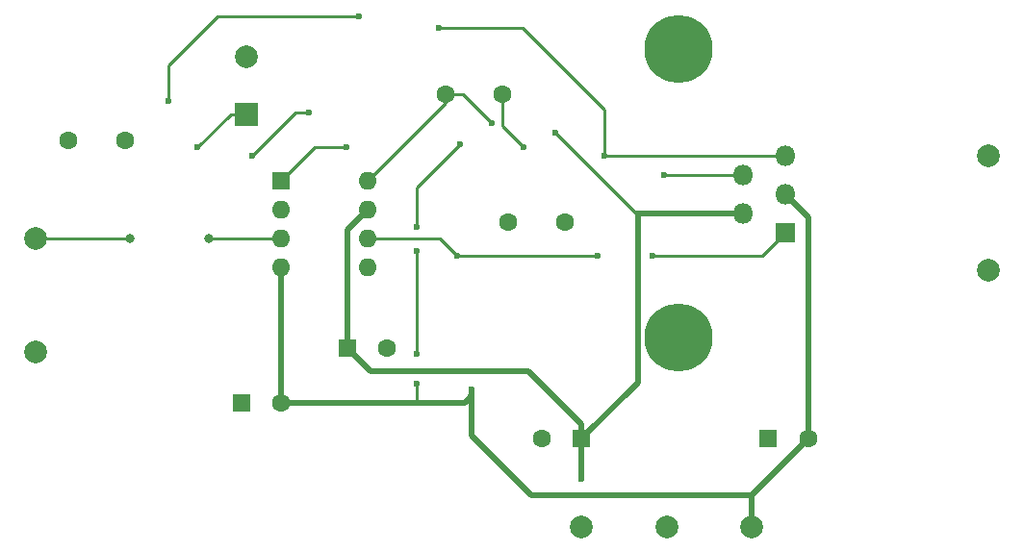
<source format=gbr>
G04 #@! TF.GenerationSoftware,KiCad,Pcbnew,(5.1.9-0-10_14)*
G04 #@! TF.CreationDate,2021-02-19T16:14:07+01:00*
G04 #@! TF.ProjectId,lt1115-phono-mm-mc,6c743131-3135-42d7-9068-6f6e6f2d6d6d,rev?*
G04 #@! TF.SameCoordinates,Original*
G04 #@! TF.FileFunction,Copper,L2,Bot*
G04 #@! TF.FilePolarity,Positive*
%FSLAX46Y46*%
G04 Gerber Fmt 4.6, Leading zero omitted, Abs format (unit mm)*
G04 Created by KiCad (PCBNEW (5.1.9-0-10_14)) date 2021-02-19 16:14:07*
%MOMM*%
%LPD*%
G01*
G04 APERTURE LIST*
G04 #@! TA.AperFunction,ComponentPad*
%ADD10O,1.800000X1.800000*%
G04 #@! TD*
G04 #@! TA.AperFunction,ComponentPad*
%ADD11R,1.800000X1.800000*%
G04 #@! TD*
G04 #@! TA.AperFunction,ComponentPad*
%ADD12O,1.600000X1.600000*%
G04 #@! TD*
G04 #@! TA.AperFunction,ComponentPad*
%ADD13R,1.600000X1.600000*%
G04 #@! TD*
G04 #@! TA.AperFunction,ComponentPad*
%ADD14C,2.000000*%
G04 #@! TD*
G04 #@! TA.AperFunction,ComponentPad*
%ADD15C,6.000000*%
G04 #@! TD*
G04 #@! TA.AperFunction,ComponentPad*
%ADD16C,1.600000*%
G04 #@! TD*
G04 #@! TA.AperFunction,ComponentPad*
%ADD17R,2.000000X2.000000*%
G04 #@! TD*
G04 #@! TA.AperFunction,ViaPad*
%ADD18C,0.800000*%
G04 #@! TD*
G04 #@! TA.AperFunction,ViaPad*
%ADD19C,0.600000*%
G04 #@! TD*
G04 #@! TA.AperFunction,Conductor*
%ADD20C,0.250000*%
G04 #@! TD*
G04 #@! TA.AperFunction,Conductor*
%ADD21C,0.500000*%
G04 #@! TD*
G04 APERTURE END LIST*
D10*
X145923000Y-112135500D03*
X142223000Y-113835500D03*
X145923000Y-115535500D03*
X142223000Y-117235500D03*
D11*
X145923000Y-118935500D03*
D12*
X109220000Y-114300000D03*
X101600000Y-121920000D03*
X109220000Y-116840000D03*
X101600000Y-119380000D03*
X109220000Y-119380000D03*
X101600000Y-116840000D03*
X109220000Y-121920000D03*
D13*
X101600000Y-114300000D03*
D14*
X163830000Y-122174000D03*
X163830000Y-112141000D03*
X143002000Y-144780000D03*
X135509000Y-144780000D03*
X128016000Y-144780000D03*
X80010000Y-129413000D03*
X80010000Y-119380000D03*
D15*
X136525000Y-128143000D03*
X136525000Y-102743000D03*
D16*
X121539000Y-117983000D03*
X126539000Y-117983000D03*
X121078000Y-106680000D03*
X116078000Y-106680000D03*
X147955000Y-137033000D03*
D13*
X144455000Y-137033000D03*
D16*
X124516000Y-137033000D03*
D13*
X128016000Y-137033000D03*
D16*
X101600000Y-133858000D03*
D13*
X98100000Y-133858000D03*
D16*
X110942000Y-129032000D03*
D13*
X107442000Y-129032000D03*
D14*
X98552000Y-103458000D03*
D17*
X98552000Y-108458000D03*
D16*
X87884000Y-110744000D03*
X82884000Y-110744000D03*
D18*
X88265000Y-119380000D03*
X95250000Y-119380000D03*
D19*
X94234000Y-111379000D03*
X132969000Y-117221000D03*
X125730000Y-110109000D03*
X128016000Y-140589000D03*
X118364000Y-132715000D03*
X117348000Y-111125000D03*
X113538000Y-118364000D03*
X113538000Y-120523000D03*
X113538000Y-129540000D03*
X113538000Y-132207000D03*
X99060000Y-112141000D03*
X104013000Y-108331000D03*
X130048000Y-112141000D03*
X115443000Y-100838000D03*
X108458000Y-99822000D03*
X91694000Y-107315000D03*
X122936000Y-111379000D03*
X120142000Y-109220000D03*
X107315000Y-111379000D03*
X117094000Y-120904000D03*
X129413000Y-120904000D03*
X134239000Y-120904000D03*
X135255000Y-113792000D03*
D20*
X80010000Y-119380000D02*
X88265000Y-119380000D01*
X95250000Y-119380000D02*
X101600000Y-119380000D01*
X94234000Y-111379000D02*
X97155000Y-108458000D01*
X97155000Y-108458000D02*
X98552000Y-108458000D01*
D21*
X107442000Y-118618000D02*
X109220000Y-116840000D01*
X107442000Y-129032000D02*
X107442000Y-118618000D01*
X132983500Y-117235500D02*
X132969000Y-117221000D01*
X142223000Y-117235500D02*
X132983500Y-117235500D01*
X132969000Y-132080000D02*
X128016000Y-137033000D01*
X132969000Y-117221000D02*
X132969000Y-132080000D01*
X128016000Y-135733000D02*
X123347000Y-131064000D01*
X128016000Y-137033000D02*
X128016000Y-135733000D01*
X109474000Y-131064000D02*
X107442000Y-129032000D01*
X123347000Y-131064000D02*
X109474000Y-131064000D01*
D20*
X132842000Y-117221000D02*
X132969000Y-117221000D01*
X125730000Y-110109000D02*
X132842000Y-117221000D01*
D21*
X128016000Y-140589000D02*
X128016000Y-137033000D01*
X101600000Y-133858000D02*
X101600000Y-121920000D01*
X147955000Y-117567500D02*
X145923000Y-115535500D01*
X147955000Y-137033000D02*
X147955000Y-117567500D01*
X118364000Y-132715000D02*
X118364000Y-133223000D01*
X117729000Y-133858000D02*
X114046000Y-133858000D01*
X118364000Y-133223000D02*
X117729000Y-133858000D01*
X114046000Y-133858000D02*
X114427000Y-133858000D01*
X123571000Y-141986000D02*
X143002000Y-141986000D01*
X118364000Y-136779000D02*
X123571000Y-141986000D01*
X143002000Y-141986000D02*
X147955000Y-137033000D01*
X118364000Y-132715000D02*
X118364000Y-136779000D01*
D20*
X113538000Y-114935000D02*
X113538000Y-118364000D01*
X117348000Y-111125000D02*
X113538000Y-114935000D01*
X113538000Y-120523000D02*
X113538000Y-129540000D01*
X113538000Y-133731000D02*
X113411000Y-133858000D01*
D21*
X113411000Y-133858000D02*
X114046000Y-133858000D01*
D20*
X113538000Y-132207000D02*
X113538000Y-133731000D01*
D21*
X101600000Y-133858000D02*
X113411000Y-133858000D01*
X143002000Y-144780000D02*
X143002000Y-141986000D01*
D20*
X99060000Y-112141000D02*
X102870000Y-108331000D01*
X102870000Y-108331000D02*
X104013000Y-108331000D01*
X130053500Y-112135500D02*
X130048000Y-112141000D01*
X145923000Y-112135500D02*
X130053500Y-112135500D01*
X130048000Y-112141000D02*
X130048000Y-108077000D01*
X122809000Y-100838000D02*
X117221000Y-100838000D01*
X130048000Y-108077000D02*
X122809000Y-100838000D01*
X117221000Y-100838000D02*
X115443000Y-100838000D01*
X108458000Y-99822000D02*
X96012000Y-99822000D01*
X91694000Y-104140000D02*
X91694000Y-107315000D01*
X96012000Y-99822000D02*
X91694000Y-104140000D01*
X121078000Y-109521000D02*
X121078000Y-106680000D01*
X122936000Y-111379000D02*
X121078000Y-109521000D01*
X117602000Y-106680000D02*
X116078000Y-106680000D01*
X120142000Y-109220000D02*
X117602000Y-106680000D01*
X116078000Y-107442000D02*
X116078000Y-106680000D01*
X109220000Y-114300000D02*
X116078000Y-107442000D01*
X104521000Y-111379000D02*
X101600000Y-114300000D01*
X107315000Y-111379000D02*
X104521000Y-111379000D01*
X115570000Y-119380000D02*
X117094000Y-120904000D01*
X109220000Y-119380000D02*
X115570000Y-119380000D01*
X117094000Y-120904000D02*
X129413000Y-120904000D01*
X143954500Y-120904000D02*
X145923000Y-118935500D01*
X134239000Y-120904000D02*
X143954500Y-120904000D01*
X142179500Y-113792000D02*
X142223000Y-113835500D01*
X135255000Y-113792000D02*
X142179500Y-113792000D01*
M02*

</source>
